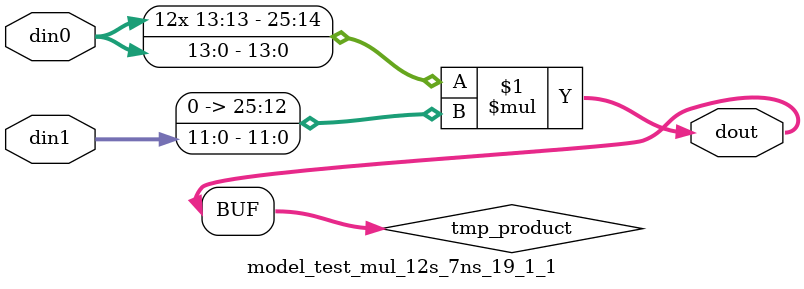
<source format=v>

`timescale 1 ns / 1 ps

  module model_test_mul_12s_7ns_19_1_1(din0, din1, dout);
parameter ID = 1;
parameter NUM_STAGE = 0;
parameter din0_WIDTH = 14;
parameter din1_WIDTH = 12;
parameter dout_WIDTH = 26;

input [din0_WIDTH - 1 : 0] din0; 
input [din1_WIDTH - 1 : 0] din1; 
output [dout_WIDTH - 1 : 0] dout;

wire signed [dout_WIDTH - 1 : 0] tmp_product;












assign tmp_product = $signed(din0) * $signed({1'b0, din1});









assign dout = tmp_product;







endmodule

</source>
